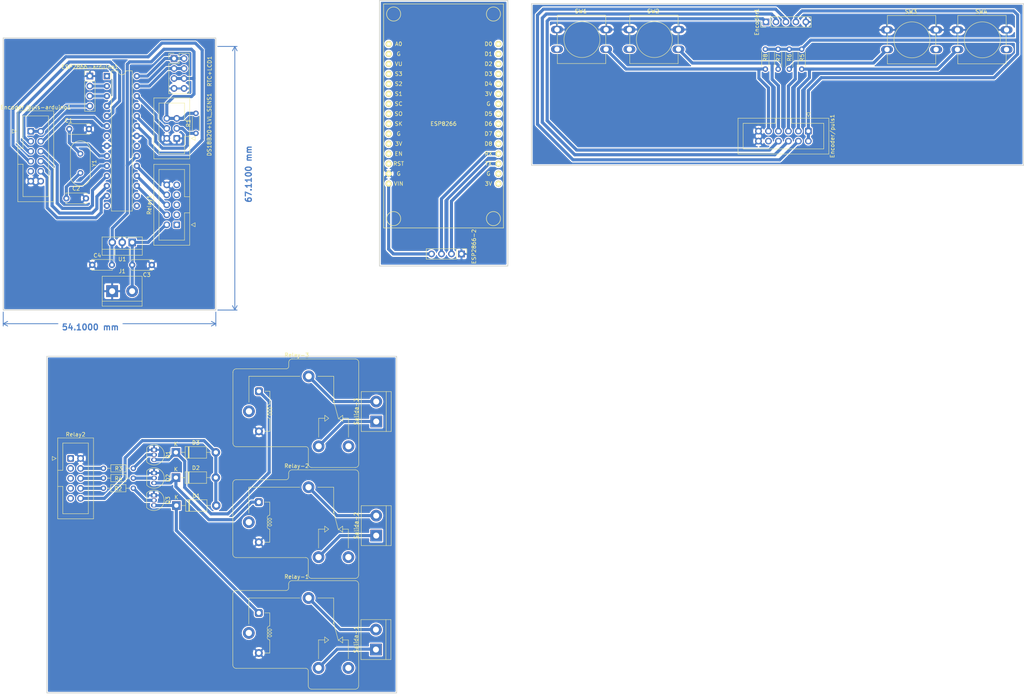
<source format=kicad_pcb>
(kicad_pcb (version 20211014) (generator pcbnew)
  (layers (0 "F.Cu" signal) (31 "B.Cu" signal) (34 "B.Paste" user) (35 "F.Paste" user) (36 "B.SilkS" user "B.Silkscreen") (37 "F.SilkS" user "F.Silkscreen") (38 "B.Mask" user) (39 "F.Mask" user) (44 "Edge.Cuts" user))
  (net 0 "")
  (net 1 "GND")
  (net 2 "Net-(ESP2866-2-Pad2)")
  (net 3 "Net-(ESP2866-2-Pad3)")
  (net 5 "+5V")
  (net 8 "+12V")
  (net 10 "Net-(C1-Pad1)")
  (net 11 "Net-(C2-Pad1)")
  (net 12 "Net-(Encoder/puls1-Pad3)")
  (net 13 "Net-(Encoder/puls1-Pad5)")
  (net 14 "Net-(Q1-Pad2)")
  (net 15 "Net-(Q2-Pad2)")
  (net 16 "Net-(Q3-Pad2)")
  (net 17 "Net-(Encoder/puls1-Pad7)")
  (net 20 "Net-(ESP2866-arduino1-Pad2)")
  (net 21 "Net-(ESP2866-arduino1-Pad3)")
  (net 48 "Net-(Relay-1-Pad11A)")
  (net 50 "Net-(Relay-2-Pad11A)")
  (net 52 "Net-(Relay-3-Pad11A)")
  (net 54 "Net-(Encoder/puls1-Pad9)")
  (net 55 "Net-(Relay-1-Pad14)")
  (net 56 "Net-(Relay-2-Pad14)")
  (net 57 "Net-(Relay-3-Pad14)")
  (net 58 "Net-(Encoder/puls1-Pad4)")
  (net 59 "Net-(Encoder/puls1-Pad6)")
  (net 60 "Net-(Encoder/puls1-Pad8)")
  (net 61 "Net-(D1-Pad1)")
  (net 62 "Net-(D2-Pad1)")
  (net 63 "Net-(D3-Pad1)")
  (net 64 "Net-(DS18B20+LVL_SENS1-Pad3)")
  (net 65 "Net-(U3-Pad19)")
  (net 66 "Net-(U3-Pad18)")
  (net 67 "Net-(U3-Pad17)")
  (net 68 "Net-(RTC+LCD1-Pad3)")
  (net 69 "Net-(RTC+LCD1-Pad1)")
  (net 70 "Net-(DS18B20+LVL_SENS1-Pad4)")
  (net 71 "unconnected-(U3-Pad15)")
  (net 72 "Net-(Relay2-Pad8)")
  (net 73 "Net-(Relay2-Pad4)")
  (net 74 "Net-(Relay2-Pad6)")
  (net 85 "Net-(U3-Pad4)")
  (net 86 "Net-(U3-Pad6)")
  (net 87 "Net-(U3-Pad5)")
  (net 88 "Net-(U3-Pad11)")
  (net 89 "Net-(U3-Pad23)")
  (net 90 "Net-(U3-Pad12)")
  (net 92 "Net-(U3-Pad13)")
  (footprint "Connector_PinHeader_2.54mm:PinHeader_1x05_P2.54mm_Vertical" (layer "F.Cu") (at 212.94 19.805 90)
    (fp_text reference "Encoder1")
    (fp_text value "Conn_01x05")
  )
  (footprint "Button_Switch_THT:SW_PUSH-12mm" (layer "F.Cu") (at 261.67 21.82)
    (fp_text reference "SW4")
    (fp_text value "SW_Push")
  )
  (footprint "Connector_PinHeader_2.54mm:PinHeader_2x04_P2.54mm_Vertical" (layer "F.Cu") (at 62.295 29.11)
    (fp_text reference "RTC+LCD1")
    (fp_text value "Conn_02x04_Odd_Even")
  )
  (footprint "Capacitor_THT:C_Disc_D5.0mm_W2.5mm_P5.00mm" (layer "F.Cu") (at 34.88 64.71)
    (fp_text reference "C2")
    (fp_text value "20pF")
  )
  (footprint "Diode_THT:D_DO-41_SOD81_P10.16mm_Horizontal" (layer "F.Cu") (at 62.87 142.89)
    (fp_text reference "D1")
    (fp_text value "1N4007")
  )
  (footprint "Package_TO_SOT_THT:TO-220-3_Vertical" (layer "F.Cu") (at 51.635 75.91 180)
    (fp_text reference "U1")
    (fp_text value "LM7805")
  )
  (footprint "Resistor_THT:R_Axial_DIN0204_L3.6mm_D1.6mm_P7.62mm_Horizontal" (layer "F.Cu") (at 51.93 133.42 180)
    (fp_text reference "R3")
    (fp_text value "1k")
  )
  (footprint "Relay_THT:Relay_SPDT_RAYEX-L90" (layer "F.Cu") (at 81.35 118.9)
    (fp_text reference "Relay-3")
    (fp_text value "RAYEX-L90")
  )
  (footprint "Connector_IDC:IDC-Header_2x05_P2.54mm_Vertical" (layer "F.Cu") (at 62.9725 71.43 180)
    (fp_text reference "Relay1")
    (fp_text value "Conn_02x05_Odd_Even")
  )
  (footprint "Diode_THT:D_DO-41_SOD81_P10.16mm_Horizontal" (layer "F.Cu") (at 62.76 135.78)
    (fp_text reference "D2")
    (fp_text value "1N4007")
  )
  (footprint "Capacitor_THT:C_Disc_D5.0mm_W2.5mm_P5.00mm" (layer "F.Cu") (at 35.625 47.06)
    (fp_text reference "C1")
    (fp_text value "20pF")
  )
  (footprint "Resistor_THT:R_Axial_DIN0204_L3.6mm_D1.6mm_P5.08mm_Horizontal" (layer "F.Cu") (at 218.87 31.81 90)
    (fp_text reference "R6")
    (fp_text value "10k")
  )
  (footprint "Crystal:Crystal_HC49-4H_Vertical" (layer "F.Cu") (at 38.445 53.35 -90)
    (fp_text reference "Y1")
    (fp_text value "16MHz")
  )
  (footprint "Connector_PinHeader_2.54mm:PinHeader_1x04_P2.54mm_Vertical" (layer "F.Cu") (at 135.44 78.85 -90)
    (fp_text reference "ESP2866-2")
    (fp_text value "Conn_01x04")
  )
  (footprint "Capacitor_THT:C_Disc_D5.0mm_W2.5mm_P5.00mm" (layer "F.Cu") (at 56.635 81.66 180)
    (fp_text reference "C3")
    (fp_text value "330nF")
  )
  (footprint "TerminalBlock:TerminalBlock_bornier-2_P5.08mm" (layer "F.Cu") (at 113.75 121.5 90)
    (fp_text reference "Salida-3")
    (fp_text value "Conn_01x02")
  )
  (footprint "Resistor_THT:R_Axial_DIN0204_L3.6mm_D1.6mm_P5.08mm_Horizontal" (layer "F.Cu") (at 216.04 31.81 90)
    (fp_text reference "R7")
    (fp_text value "10k")
  )
  (footprint "ESP8266 LOLiN v3:ESP8266" (layer "F.Cu") (at 130.88 45.73)
    (fp_text reference "ESP8266")
    (fp_text value "NodeMCU1.0(ESP-12E)")
  )
  (footprint "Button_Switch_THT:SW_PUSH-12mm" (layer "F.Cu") (at 159.76 21.74)
    (fp_text reference "SW1")
    (fp_text value "SW_Push")
  )
  (footprint "Package_TO_SOT_THT:TO-92_Inline" (layer "F.Cu") (at 57.2 128.7 -90)
    (fp_text reference "Q1")
    (fp_text value "PN2222A")
  )
  (footprint "TerminalBlock:TerminalBlock_bornier-2_P5.08mm" (layer "F.Cu") (at 46.535 88.33)
    (fp_text reference "J1")
    (fp_text value "12v")
  )
  (footprint "Package_TO_SOT_THT:TO-92_Inline" (layer "F.Cu") (at 57.2 134.61 -90)
    (fp_text reference "Q2")
    (fp_text value "PN2222A")
  )
  (footprint "Connector_IDC:IDC-Header_2x06_P2.54mm_Vertical" (layer "F.Cu") (at 223.74 47.595 -90)
    (fp_text reference "Encoder/puls1")
    (fp_text value "Conn_02x06_Odd_Even")
  )
  (footprint "Diode_THT:D_DO-41_SOD81_P10.16mm_Horizontal" (layer "F.Cu") (at 62.76 129.36)
    (fp_text reference "D3")
    (fp_text value "1N4007")
  )
  (footprint "Capacitor_THT:C_Disc_D5.0mm_W2.5mm_P5.00mm" (layer "F.Cu") (at 41.475 81.64)
    (fp_text reference "C4")
    (fp_text value "100nF")
  )
  (footprint "TerminalBlock:TerminalBlock_bornier-2_P5.08mm" (layer "F.Cu") (at 113.74 150.54 90)
    (fp_text reference "Salida-2")
    (fp_text value "Conn_01x02")
  )
  (footprint "Package_TO_SOT_THT:TO-92_Inline" (layer "F.Cu") (at 57.16 140.29 -90)
    (fp_text reference "Q3")
    (fp_text value "PN2222A")
  )
  (footprint "Package_DIP:DIP-28_W7.62mm" (layer "F.Cu") (at 45.195 33.58)
    (fp_text reference "U3" hide)
    (fp_text value "ATmega328P-P")
  )
  (footprint "TerminalBlock:TerminalBlock_bornier-2_P5.08mm" (layer "F.Cu") (at 113.67 179.54 90)
    (fp_text reference "Salida-1")
    (fp_text value "Conn_01x02")
  )
  (footprint "Connector_IDC:IDC-Header_2x03_P2.54mm_Vertical" (layer "F.Cu") (at 62.98 49.44 180)
    (fp_text reference "DS18B20+LVL_SENS1")
    (fp_text value "Conn_02x03_Odd_Even")
  )
  (footprint "Resistor_THT:R_Axial_DIN0204_L3.6mm_D1.6mm_P5.08mm_Horizontal" (layer "F.Cu") (at 212.79 31.81 90)
    (fp_text reference "R8")
    (fp_text value "10k")
  )
  (footprint "Relay_THT:Relay_SPDT_RAYEX-L90" (layer "F.Cu") (at 81.32 147.12)
    (fp_text reference "Relay-2")
    (fp_text value "RAYEX-L90")
  )
  (footprint "Connector_PinHeader_2.54mm:PinHeader_1x04_P2.54mm_Vertical" (layer "F.Cu") (at 40.855 33.58)
    (fp_text reference "ESP2866-arduino1")
    (fp_text value "Conn_01x04")
  )
  (footprint "Button_Switch_THT:SW_PUSH-12mm" (layer "F.Cu") (at 178.18 21.74)
    (fp_text reference "SW2")
    (fp_text value "SW_Push")
  )
  (footprint "Resistor_THT:R_Axial_DIN0204_L3.6mm_D1.6mm_P5.08mm_Horizontal" (layer "F.Cu") (at 67.86 48.15 90)
    (fp_text reference "R1")
    (fp_text value "4.7k")
  )
  (footprint "Resistor_THT:R_Axial_DIN0204_L3.6mm_D1.6mm_P7.62mm_Horizontal" (layer "F.Cu") (at 51.93 138.48 180)
    (fp_text reference "R2")
    (fp_text value "1k")
  )
  (footprint "Connector_IDC:IDC-Header_2x06_P2.54mm_Vertical" (layer "F.Cu") (at 25.82 47.64)
    (fp_text reference "Encoder/puls-arduino1")
    (fp_text value "Conn_02x06_Odd_Even")
  )
  (footprint "Relay_THT:Relay_SPDT_RAYEX-L90" (layer "F.Cu") (at 81.32 175.32)
    (fp_text reference "Relay-1")
    (fp_text value "RAYEX-L90")
  )
  (footprint "Button_Switch_THT:SW_PUSH-12mm" (layer "F.Cu") (at 243.76 21.82)
    (fp_text reference "SW3")
    (fp_text value "SW_Push")
  )
  (footprint "Connector_IDC:IDC-Header_2x05_P2.54mm_Vertical" (layer "F.Cu") (at 35.96 130.9)
    (fp_text reference "Relay2")
    (fp_text value "Conn_02x05_Odd_Even")
  )
  (footprint "Resistor_THT:R_Axial_DIN0204_L3.6mm_D1.6mm_P7.62mm_Horizontal" (layer "F.Cu") (at 51.93 135.92 180)
    (fp_text reference "R4")
    (fp_text value "1k")
  )
  (footprint "Resistor_THT:R_Axial_DIN0204_L3.6mm_D1.6mm_P5.08mm_Horizontal" (layer "F.Cu") (at 222.04 31.81 90)
    (fp_text reference "R5")
    (fp_text value "10k")
  )
  (gr_rect (start 153.28 15.152161) (end 278.518479 56.30358) (layer "Edge.Cuts") (width 0.2) (fill none))
  (gr_rect (start 114.58 14.32) (end 147.24 81.93) (layer "Edge.Cuts") (width 0.2) (fill none))
  (gr_rect (start 72.915 23.87) (end 18.815 93.14) (layer "Edge.Cuts") (width 0.2) (fill none))
  (gr_rect (start 29.91 104.91) (end 118.94 190.59) (layer "Edge.Cuts") (width 0.2) (fill none))
  (dimension (type aligned) (layer "B.Cu") (pts (xy 72.915 26.03) (xy 72.915 93.14)) (height -4.835) (gr_text "67.1100 mm" (at 81.26 58.53 90) (layer "B.Cu") (effects (font (size 1.5 1.5) (thickness 0.3)))) (format (units 3) (units_format 1) (precision 4)) (style (thickness 0.2) (arrow_length 1.27) (text_position_mode 2) (extension_height 0.58642) (extension_offset 0.5) keep_text_aligned))
  (dimension (type aligned) (layer "B.Cu") (pts (xy 18.815 93.14) (xy 72.915 93.14)) (height 3.47) (gr_text "54.1000 mm" (at 41.005 97.5) (layer "B.Cu") (effects (font (size 1.5 1.5) (thickness 0.3)))) (format (units 3) (units_format 1) (precision 4)) (style (thickness 0.2) (arrow_length 1.27) (text_position_mode 2) (extension_height 0.58642) (extension_offset 0.5) keep_text_aligned))
  (segment (start 40.625 47.06) (end 40.895 47.06) (width 0.8) (layer "B.Cu") (net 1))
  (segment (start 38.4625 130.89) (end 38.48 130.89) (width 0.8) (layer "B.Cu") (net 1))
  (segment (start 142.42 55.89) (end 144.85 55.89) (width 0.8) (layer "B.Cu") (net 2))
  (segment (start 132.89 65.42) (end 142.42 55.89) (width 0.8) (layer "B.Cu") (net 2))
  (segment (start 132.89 78.84) (end 132.89 65.42) (width 0.8) (layer "B.Cu") (net 2))
  (segment (start 132.9 78.85) (end 132.89 78.84) (width 0.8) (layer "B.Cu") (net 2))
  (segment (start 130.36 78.85) (end 130.34 78.83) (width 0.8) (layer "B.Cu") (net 3))
  (segment (start 141.83 53.35) (end 144.85 53.35) (width 0.8) (layer "B.Cu") (net 3))
  (segment (start 130.34 64.84) (end 141.83 53.35) (width 0.8) (layer "B.Cu") (net 3))
  (segment (start 130.34 78.83) (end 130.34 64.84) (width 0.8) (layer "B.Cu") (net 3))
  (segment (start 224.34 24.43) (end 276.43 24.43) (width 0.8) (layer "B.Cu") (net 5))
  (segment (start 67.36 34.16) (end 67.32 34.2) (width 0.8) (layer "B.Cu") (net 5))
  (segment (start 277 25) (end 277 18) (width 0.8) (layer "B.Cu") (net 5))
  (segment (start 67.36 38.15) (end 67.36 33.97) (width 0.8) (layer "B.Cu") (net 5))
  (segment (start 127.82 78.85) (end 118.13 78.85) (width 0.8) (layer "B.Cu") (net 5))
  (segment (start 220.56 18.58) (end 220.56 19.805) (width 0.8) (layer "B.Cu") (net 5))
  (segment (start 212.79 26.73) (end 212.8 26.74) (width 0.8) (layer "B.Cu") (net 5))
  (segment (start 66.72 38.79) (end 67.36 38.15) (width 0.8) (layer "B.Cu") (net 5))
  (segment (start 271.76 33.24) (end 277 28) (width 0.8) (layer "B.Cu") (net 5))
  (segment (start 62.98 44.36) (end 64.5 44.36) (width 0.8) (layer "B.Cu") (net 5))
  (segment (start 276.43 24.43) (end 277 25) (width 0.8) (layer "B.Cu") (net 5))
  (segment (start 272 33) (end 271 34) (width 0.8) (layer "B.Cu") (net 5))
  (segment (start 50.39 56.325) (end 50.39 30.57) (width 0.8) (layer "B.Cu") (net 5))
  (segment (start 67.36 27.42) (end 67.36 34.16) (width 0.8) (layer "B.Cu") (net 5))
  (segment (start 212.8 26.74) (end 222.03 26.74) (width 0.8) (layer "B.Cu") (net 5))
  (segment (start 60.44 44.36) (end 62.98 44.36) (width 0.8) (layer "B.Cu") (net 5))
  (segment (start 34.87 41.2) (end 40.855 41.2) (width 0.8) (layer "B.Cu") (net 5))
  (segment (start 277 18) (end 276 17) (width 0.8) (layer "B.Cu") (net 5))
  (segment (start 66.7 26.76) (end 67.36 27.42) (width 0.8) (layer "B.Cu") (net 5))
  (segment (start 50.39 68.51) (end 50.39 56.325) (width 0.8) (layer "B.Cu") (net 5))
  (segment (start 222.03 26.74) (end 224.34 24.43) (width 0.8) (layer "B.Cu") (net 5))
  (segment (start 50.39 30.57) (end 50.99 29.97) (width 0.8) (layer "B.Cu") (net 5))
  (segment (start 46.555 75.91) (end 46.555 72.345) (width 0.8) (layer "B.Cu") (net 5))
  (segment (start 222.14 17) (end 220.56 18.58) (width 0.8) (layer "B.Cu") (net 5))
  (segment (start 227 34) (end 223.74 37.26) (width 0.8) (layer "B.Cu") (net 5))
  (segment (start 50.39 56.325) (end 52.815 53.9) (width 0.8) (layer "B.Cu") (net 5))
  (segment (start 46.555 72.345) (end 50.39 68.51) (width 0.8) (layer "B.Cu") (net 5))
  (segment (start 46.475 75.99) (end 46.555 75.91) (width 0.8) (layer "B.Cu") (net 5))
  (segment (start 28.36 47.64) (end 28.43 47.64) (width 0.8) (layer "B.Cu") (net 5))
  (segment (start 65.79 43.07) (end 67.86 43.07) (width 0.8) (layer "B.Cu") (net 5))
  (segment (start 277 28) (end 277 25) (width 0.8) (layer "B.Cu") (net 5))
  (segment (start 28.43 47.64) (end 34.87 41.2) (width 0.8) (layer "B.Cu") (net 5))
  (segment (start 60.44 40.6) (end 62.25 38.79) (width 0.8) (layer "B.Cu") (net 5))
  (segment (start 67.35 34.19) (end 64.835 34.19) (width 0.8) (layer "B.Cu") (net 5))
  (segment (start 46.475 81.64) (end 46.475 75.99) (width 0.8) (layer "B.Cu") (net 5))
  (segment (start 64.835 34.19) (end 62.295 34.19) (width 0.8) (layer "B.Cu") (net 5))
  (segment (start 276 17) (end 222.14 17) (width 0.8) (layer "B.Cu") (net 5))
  (segment (start 25.815 47.64) (end 28.36 47.64) (width 0.8) (layer "B.Cu") (net 5))
  (segment (start 223.74 47.595) (end 223.74 50.135) (width 0.8) (layer "B.Cu") (net 5))
  (segment (start 59.7 26.76) (end 66.7 26.76) (width 0.8) (layer "B.Cu") (net 5))
  (segment (start 118.13 78.85) (end 116.91 77.63) (width 0.8) (layer "B.Cu") (net 5))
  (segment (start 60.44 44.36) (end 60.44 40.6) (width 0.8) (layer "B.Cu") (net 5))
  (segment (start 116.91 77.63) (end 116.91 60.97) (width 0.8) (layer "B.Cu") (net 5))
  (segment (start 271 34) (end 227 34) (width 0.8) (layer "B.Cu") (net 5))
  (segment (start 64.5 44.36) (end 65.79 43.07) (width 0.8) (layer "B.Cu") (net 5))
  (segment (start 50.99 29.97) (end 56.49 29.97) (width 0.8) (layer "B.Cu") (net 5))
  (segment (start 67.36 34.2) (end 67.35 34.19) (width 0.8) (layer "B.Cu") (net 5))
  (segment (start 62.25 38.79) (end 66.72 38.79) (width 0.8) (layer "B.Cu") (net 5))
  (segment (start 223.74 37.26) (end 223.74 47.595) (width 0.8) (layer "B.Cu") (net 5))
  (segment (start 56.49 29.97) (end 59.7 26.76) (width 0.8) (layer "B.Cu") (net 5))
  (segment (start 55.72 75.86) (end 55.72 75.91) (width 0.8) (layer "B.Cu") (net 8))
  (segment (start 49.82 130.77) (end 54.2 126.39) (width 0.8) (layer "B.Cu") (net 8))
  (segment (start 51.635 81.66) (end 51.635 79.25) (width 0.8) (layer "B.Cu") (net 8))
  (segment (start 55.72 75.91) (end 51.635 75.91) (width 0.8) (layer "B.Cu") (net 8))
  (segment (start 54.2 126.39) (end 69.95 126.39) (width 0.8) (layer "B.Cu") (net 8))
  (segment (start 49.82 135.82) (end 49.82 130.77) (width 0.8) (layer "B.Cu") (net 8))
  (segment (start 51.635 81.66) (end 51.635 88.31) (width 0.8) (layer "B.Cu") (net 8))
  (segment (start 51.635 88.31) (end 51.615 88.33) (width 0.8) (layer "B.Cu") (net 8))
  (segment (start 60.4325 71.43) (end 60.15 71.43) (width 0.8) (layer "B.Cu") (net 8))
  (segment (start 44.58 141.06) (end 49.82 135.82) (width 0.8) (layer "B.Cu") (net 8))
  (segment (start 72.92 142.78) (end 73.03 142.89) (width 0.8) (layer "B.Cu") (net 8))
  (segment (start 69.95 126.39) (end 72.92 129.36) (width 0.8) (layer "B.Cu") (net 8))
  (segment (start 51.635 79.25) (end 51.635 75.91) (width 0.8) (layer "B.Cu") (net 8))
  (segment (start 72.92 129.36) (end 72.92 142.78) (width 0.8) (layer "B.Cu") (net 8))
  (segment (start 38.5 141.06) (end 44.58 141.06) (width 0.8) (layer "B.Cu") (net 8))
  (segment (start 60.15 71.43) (end 55.72 75.86) (width 0.8) (layer "B.Cu") (net 8))
  (segment (start 36.18 51.085) (end 40.47 51.085) (width 0.8) (layer "B.Cu") (net 10))
  (segment (start 35.625 47.06) (end 35.625 50.53) (width 0.8) (layer "B.Cu") (net 10))
  (segment (start 35.625 50.53) (end 36.18 51.085) (width 0.8) (layer "B.Cu") (net 10))
  (segment (start 43.385 53.9) (end 45.195 53.9) (width 0.8) (layer "B.Cu") (net 10))
  (segment (start 43.335 53.95) (end 43.385 53.9) (width 0.8) (layer "B.Cu") (net 10))
  (segment (start 36.18 51.085) (end 38.445 53.35) (width 0.8) (layer "B.Cu") (net 10))
  (segment (start 40.47 51.085) (end 43.335 53.95) (width 0.8) (layer "B.Cu") (net 10))
  (segment (start 35.555 61.12) (end 38.825 61.12) (width 0.8) (layer "B.Cu") (net 11))
  (segment (start 38.825 61.12) (end 43.505 56.44) (width 0.8) (layer "B.Cu") (net 11))
  (segment (start 35.555 61.12) (end 38.445 58.23) (width 0.8) (layer "B.Cu") (net 11))
  (segment (start 34.88 61.795) (end 35.555 61.12) (width 0.8) (layer "B.Cu") (net 11))
  (segment (start 34.9 64.65) (end 34.99 64.65) (width 0.8) (layer "B.Cu") (net 11))
  (segment (start 34.88 64.71) (end 34.88 61.795) (width 0.8) (layer "B.Cu") (net 11))
  (segment (start 43.505 56.44) (end 45.195 56.44) (width 0.8) (layer "B.Cu") (net 11))
  (segment (start 256.68 31.81) (end 261.67 26.82) (width 0.8) (layer "B.Cu") (net 12))
  (segment (start 224.95 31.81) (end 256.68 31.81) (width 0.8) (layer "B.Cu") (net 12))
  (segment (start 224 34) (end 221.2 36.8) (width 0.8) (layer "B.Cu") (net 12))
  (segment (start 224.44 31.81) (end 224.95 31.81) (width 0.8) (layer "B.Cu") (net 12))
  (segment (start 221.2 36.8) (end 221.2 47.595) (width 0.8) (layer "B.Cu") (net 12))
  (segment (start 222.04 31.81) (end 224.44 31.81) (width 0.8) (layer "B.Cu") (net 12))
  (segment (start 224 32.05) (end 224 34) (width 0.8) (layer "B.Cu") (net 12))
  (segment (start 220.42 30.26) (end 240.32 30.26) (width 0.8) (layer "B.Cu") (net 13))
  (segment (start 220.4 34.36) (end 220.4 30.28) (width 0.8) (layer "B.Cu") (net 13))
  (segment (start 220.4 30.28) (end 220.42 30.26) (width 0.8) (layer "B.Cu") (net 13))
  (segment (start 218.66 47.595) (end 218.66 36.1) (width 0.8) (layer "B.Cu") (net 13))
  (segment (start 240.32 30.26) (end 243.76 26.82) (width 0.8) (layer "B.Cu") (net 13))
  (segment (start 218.66 36.1) (end 220.4 34.36) (width 0.8) (layer "B.Cu") (net 13))
  (segment (start 220.42 30.26) (end 218.87 31.81) (width 0.8) (layer "B.Cu") (net 13))
  (segment (start 55.38 129.97) (end 57.2 129.97) (width 0.8) (layer "B.Cu") (net 14))
  (segment (start 51.93 133.42) (end 55.38 129.97) (width 0.8) (layer "B.Cu") (net 14))
  (segment (start 51.93 135.92) (end 57.16 135.92) (width 0.8) (layer "B.Cu") (net 15))
  (segment (start 57.16 135.92) (end 57.2 135.88) (width 0.8) (layer "B.Cu") (net 15))
  (segment (start 51.93 138.48) (end 55.01 141.56) (width 0.8) (layer "B.Cu") (net 16))
  (segment (start 55.01 141.56) (end 57.16 141.56) (width 0.8) (layer "B.Cu") (net 16))
  (segment (start 214.51 34.415786) (end 214.51 30.54) (width 0.8) (layer "B.Cu") (net 17))
  (segment (start 216.12 36.025786) (end 214.51 34.415786) (width 0.8) (layer "B.Cu") (net 17))
  (segment (start 216.12 47.595) (end 216.12 36.025786) (width 0.8) (layer "B.Cu") (net 17))
  (segment (start 214.51 30.54) (end 214.79 30.26) (width 0.8) (layer "B.Cu") (net 17))
  (segment (start 215.55 30.26) (end 216.04 30.75) (width 0.8) (layer "B.Cu") (net 17))
  (segment (start 214.79 30.26) (end 215.55 30.26) (width 0.8) (layer "B.Cu") (net 17))
  (segment (start 214.79 30.26) (end 194.2 30.26) (width 0.8) (layer "B.Cu") (net 17))
  (segment (start 216.04 30.75) (end 216.04 31.81) (width 0.8) (layer "B.Cu") (net 17))
  (segment (start 194.2 30.26) (end 190.68 26.74) (width 0.8) (layer "B.Cu") (net 17))
  (segment (start 40.855 36.12) (end 45.195 36.12) (width 0.8) (layer "B.Cu") (net 20))
  (segment (start 40.855 38.66) (end 45.195 38.66) (width 0.8) (layer "B.Cu") (net 21))
  (segment (start 113.67 174.46) (end 104.56 174.46) (width 0.8) (layer "B.Cu") (net 48))
  (segment (start 104.56 174.46) (end 96.52 166.42) (width 0.8) (layer "B.Cu") (net 48))
  (segment (start 103.76 145.46) (end 96.52 138.22) (width 0.8) (layer "B.Cu") (net 50))
  (segment (start 113.74 145.46) (end 103.76 145.46) (width 0.8) (layer "B.Cu") (net 50))
  (segment (start 113.75 116.42) (end 102.97 116.42) (width 0.8) (layer "B.Cu") (net 52))
  (segment (start 102.97 116.42) (end 96.55 110) (width 0.8) (layer "B.Cu") (net 52))
  (segment (start 211.15 31.79) (end 211.15 34.15) (width 0.8) (layer "B.Cu") (net 54))
  (segment (start 177.31 31.79) (end 172.26 26.74) (width 0.8) (layer "B.Cu") (net 54))
  (segment (start 212.77 31.79) (end 211.15 31.79) (width 0.8) (layer "B.Cu") (net 54))
  (segment (start 211.15 31.79) (end 177.31 31.79) (width 0.8) (layer "B.Cu") (net 54))
  (segment (start 211.15 34.15) (end 213.58 36.58) (width 0.8) (layer "B.Cu") (net 54))
  (segment (start 213.58 36.58) (end 213.58 47.595) (width 0.8) (layer "B.Cu") (net 54))
  (segment (start 212.79 31.81) (end 212.77 31.79) (width 0.8) (layer "B.Cu") (net 54))
  (segment (start 113.67 179.54) (end 113.57 179.44) (width 0.8) (layer "B.Cu") (net 55))
  (segment (start 103.84 179.44) (end 99.06 184.22) (width 0.8) (layer "B.Cu") (net 55))
  (segment (start 113.57 179.44) (end 103.84 179.44) (width 0.8) (layer "B.Cu") (net 55))
  (segment (start 113.74 150.54) (end 104.54 150.54) (width 0.8) (layer "B.Cu") (net 56))
  (segment (start 104.54 150.54) (end 99.06 156.02) (width 0.8) (layer "B.Cu") (net 56))
  (segment (start 105.39 121.5) (end 99.09 127.8) (width 0.8) (layer "B.Cu") (net 57))
  (segment (start 113.75 121.5) (end 105.39 121.5) (width 0.8) (layer "B.Cu") (net 57))
  (segment (start 163.83 54.9) (end 154.79 45.86) (width 0.8) (layer "B.Cu") (net 58))
  (segment (start 154.79 18.06) (end 156.31 16.54) (width 0.8) (layer "B.Cu") (net 58))
  (segment (start 218.02 19.17) (end 218.02 19.805) (width 0.8) (layer "B.Cu") (net 58))
  (segment (start 156.31 16.54) (end 215.39 16.54) (width 0.8) (layer "B.Cu") (net 58))
  (segment (start 221.2 50.135) (end 216.435 54.9) (width 0.8) (layer "B.Cu") (net 58))
  (segment (start 215.39 16.54) (end 218.02 19.17) (width 0.8) (layer "B.Cu") (net 58))
  (segment (start 154.79 45.86) (end 154.79 18.06) (width 0.8) (layer "B.Cu") (net 58))
  (segment (start 216.435 54.9) (end 163.83 54.9) (width 0.8) (layer "B.Cu") (net 58))
  (segment (start 215.48 18.93) (end 215.48 19.805) (width 0.8) (layer "B.Cu") (net 59))
  (segment (start 218.66 50.135) (end 215.195 53.6) (width 0.8) (layer "B.Cu") (net 59))
  (segment (start 164.27 53.6) (end 156.02 45.35) (width 0.8) (layer "B.Cu") (net 59))
  (segment (start 157.04 17.78) (end 214.33 17.78) (width 0.8) (layer "B.Cu") (net 59))
  (segment (start 215.195 53.6) (end 164.27 53.6) (width 0.8) (layer "B.Cu") (net 59))
  (segment (start 156.02 45.35) (end 156.02 18.8) (width 0.8) (layer "B.Cu") (net 59))
  (segment (start 156.02 18.8) (end 157.04 17.78) (width 0.8) (layer "B.Cu") (net 59))
  (segment (start 214.33 17.78) (end 215.48 18.93) (width 0.8) (layer "B.Cu") (net 59))
  (segment (start 212.145 19.01) (end 212.94 19.805) (width 0.8) (layer "B.Cu") (net 60))
  (segment (start 164.76 52.41) (end 157.26 44.91) (width 0.8) (layer "B.Cu") (net 60))
  (segment (start 157.26 19.59) (end 157.84 19.01) (width 0.8) (layer "B.Cu") (net 60))
  (segment (start 216.12 50.135) (end 213.845 52.41) (width 0.8) (layer "B.Cu") (net 60))
  (segment (start 213.845 52.41) (end 164.76 52.41) (width 0.8) (layer "B.Cu") (net 60))
  (segment (start 157.26 44.91) (end 157.26 19.59) (width 0.8) (layer "B.Cu") (net 60))
  (segment (start 157.84 19.01) (end 212.145 19.01) (width 0.8) (layer "B.Cu") (net 60))
  (segment (start 62.87 142.89) (end 62.87 149.23) (width 0.8) (layer "B.Cu") (net 61))
  (segment (start 57.16 142.83) (end 57.22 142.89) (width 0.8) (layer "B.Cu") (net 61))
  (segment (start 62.87 149.23) (end 83.86 170.22) (width 0.8) (layer "B.Cu") (net 61))
  (segment (start 57.22 142.89) (end 62.87 142.89) (width 0.8) (layer "B.Cu") (net 61))
  (segment (start 57.2 137.15) (end 61.39 137.15) (width 0.8) (layer "B.Cu") (net 62))
  (segment (start 62.76 138.1) (end 71.16 146.5) (width 0.8) (layer "B.Cu") (net 62))
  (segment (start 71.16 146.5) (end 77.5 146.5) (width 0.8) (layer "B.Cu") (net 62))
  (segment (start 62.76 135.78) (end 62.99 135.78) (width 0.8) (layer "B.Cu") (net 62))
  (segment (start 61.39 137.15) (end 62.76 135.78) (width 0.8) (layer "B.Cu") (net 62))
  (segment (start 81.98 142.02) (end 83.86 142.02) (width 0.8) (layer "B.Cu") (net 62))
  (segment (start 77.5 146.5) (end 81.98 142.02) (width 0.8) (layer "B.Cu") (net 62))
  (segment (start 62.76 135.78) (end 62.76 138.1) (width 0.8) (layer "B.Cu") (net 62))
  (segment (start 76 145) (end 71.7 145) (width 0.8) (layer "B.Cu") (net 63))
  (segment (start 83.89 113.8) (end 86.5 116.41) (width 0.8) (layer "B.Cu") (net 63))
  (segment (start 65 131.6) (end 62.76 129.36) (width 0.8) (layer "B.Cu") (net 63))
  (segment (start 71.7 145) (end 65 138.3) (width 0.8) (layer "B.Cu") (net 63))
  (segment (start 86.5 134.5) (end 76 145) (width 0.8) (layer "B.Cu") (net 63))
  (segment (start 86.5 116.41) (end 86.5 134.5) (width 0.8) (layer "B.Cu") (net 63))
  (segment (start 65 138.3) (end 65 131.6) (width 0.8) (layer "B.Cu") (net 63))
  (segment (start 60.88 131.24) (end 62.76 129.36) (width 0.8) (layer "B.Cu") (net 63))
  (segment (start 57.2 131.24) (end 60.88 131.24) (width 0.8) (layer "B.Cu") (net 63))
  (segment (start 65.66 48.14) (end 65.66 51.27) (width 0.8) (layer "B.Cu") (net 64))
  (segment (start 57.63 48.77) (end 52.815 43.955) (width 0.8) (layer "B.Cu") (net 64))
  (segment (start 62.98 46.9) (end 64.42 46.9) (width 0.8) (layer "B.Cu") (net 64))
  (segment (start 59.32 51.94) (end 57.63 50.25) (width 0.8) (layer "B.Cu") (net 64))
  (segment (start 57.63 50.25) (end 57.63 48.77) (width 0.8) (layer "B.Cu") (net 64))
  (segment (start 67.86 48.15) (end 65.67 48.15) (width 0.8) (layer "B.Cu") (net 64))
  (segment (start 65.67 48.15) (end 65.66 48.14) (width 0.8) (layer "B.Cu") (net 64))
  (segment (start 64.42 46.9) (end 65.66 48.14) (width 0.8) (layer "B.Cu") (net 64))
  (segment (start 52.815 43.955) (end 52.815 43.74) (width 0.8) (layer "B.Cu") (net 64))
  (segment (start 64.99 51.94) (end 59.32 51.94) (width 0.8) (layer "B.Cu") (net 64))
  (segment (start 65.66 51.27) (end 64.99 51.94) (width 0.8) (layer "B.Cu") (net 64))
  (segment (start 52.815 61.52) (end 59.895 68.6) (width 0.8) (layer "B.Cu") (net 65))
  (segment (start 59.895 68.6) (end 60.44 68.6) (width 0.8) (layer "B.Cu") (net 65))
  (segment (start 52.815 58.98) (end 52.815 58.985) (width 0.8) (layer "B.Cu") (net 66))
  (segment (start 60.4325 66.35) (end 60.44 66.3425) (width 0.8) (layer "B.Cu") (net 66))
  (segment (start 60.44 66.3425) (end 60.44 66.06) (width 0.8) (layer "B.Cu") (net 66))
  (segment (start 52.815 58.985) (end 60.18 66.35) (width 0.8) (layer "B.Cu") (net 66))
  (segment (start 60.18 66.35) (end 60.4325 66.35) (width 0.8) (layer "B.Cu") (net 66))
  (segment (start 59.82 63.52) (end 52.815 56.515) (width 0.8) (layer "B.Cu") (net 67))
  (segment (start 52.815 56.515) (end 52.815 56.44) (width 0.8) (layer "B.Cu") (net 67))
  (segment (start 60.44 63.52) (end 59.82 63.52) (width 0.8) (layer "B.Cu") (net 67))
  (segment (start 56.01 36.12) (end 52.815 36.12) (width 0.8) (layer "B.Cu") (net 68))
  (segment (start 60.48 31.65) (end 56.01 36.12) (width 0.8) (layer "B.Cu") (net 68))
  (segment (start 62.295 31.65) (end 64.835 31.65) (width 0.8) (layer "B.Cu") (net 68))
  (segment (start 62.295 31.65) (end 60.48 31.65) (width 0.8) (layer "B.Cu") (net 68))
  (segment (start 59.99 29.11) (end 55.52 33.58) (width 0.8) (layer "B.Cu") (net 69))
  (segment (start 62.295 29.11) (end 64.835 29.11) (width 0.8) (layer "B.Cu") (net 69))
  (segment (start 55.52 33.58) (end 52.815 33.58) (width 0.8) (layer "B.Cu") (net 69))
  (segment (start 62.295 29.11) (end 59.99 29.11) (width 0.8) (layer "B.Cu") (net 69))
  (segment (start 57.71 44.64) (end 57.71 43.48) (width 0.8) (layer "B.Cu") (net 70))
  (segment (start 52.815 38.925) (end 52.815 38.66) (width 0.8) (layer "B.Cu") (net 70))
  (segment (start 57.71 43.48) (end 52.89 38.66) (width 0.8) (layer "B.Cu") (net 70))
  (segment (start 60.44 46.9) (end 59.97 46.9) (width 0.8) (layer "B.Cu") (net 70))
  (segment (start 52.89 38.66) (end 52.815 38.66) (width 0.8) (layer "B.Cu") (net 70))
  (segment (start 59.97 46.9) (end 57.71 44.64) (width 0.8) (layer "B.Cu") (net 70))
  (segment (start 52.915 66.7) (end 52.815 66.6) (width 0.8) (layer "B.Cu") (net 71))
  (segment (start 44.28 138.51) (end 44.31 138.48) (width 0.8) (layer "B.Cu") (net 72))
  (segment (start 38.5 138.52) (end 38.51 138.51) (width 0.8) (layer "B.Cu") (net 72))
  (segment (start 38.51 138.51) (end 44.28 138.51) (width 0.8) (layer "B.Cu") (net 72))
  (segment (start 44.3 133.43) (end 44.31 133.42) (width 0.8) (layer "B.Cu") (net 73))
  (segment (start 38.5 133.44) (end 38.51 133.43) (width 0.8) (layer "B.Cu") (net 73))
  (segment (start 44.3 133.41) (end 44.31 133.42) (width 0.8) (layer "B.Cu") (net 73))
  (segment (start 38.51 133.43) (end 44.3 133.43) (width 0.8) (layer "B.Cu") (net 73))
  (segment (start 44.26 135.97) (end 44.31 135.92) (width 0.8) (layer "B.Cu") (net 74))
  (segment (start 38.5 135.98) (end 38.51 135.97) (width 0.8) (layer "B.Cu") (net 74))
  (segment (start 38.51 135.97) (end 44.26 135.97) (width 0.8) (layer "B.Cu") (net 74))
  (segment (start 25.815 50.18) (end 25.21 50.18) (width 0.8) (layer "B.Cu") (net 85))
  (segment (start 36.57 31.19) (end 45.54 31.19) (width 0.8) (layer "B.Cu") (net 85))
  (segment (start 47.22 39.175) (end 45.195 41.2) (width 0.8) (layer "B.Cu") (net 85))
  (segment (start 25.21 50.18) (end 24.08 49.05) (width 0.8) (layer "B.Cu") (net 85))
  (segment (start 47.22 32.87) (end 47.22 39.175) (width 0.8) (layer "B.Cu") (net 85))
  (segment (start 24.08 49.05) (end 24.08 43.68) (width 0.8) (layer "B.Cu") (net 85))
  (segment (start 45.54 31.19) (end 47.22 32.87) (width 0.8) (layer "B.Cu") (net 85))
  (segment (start 24.08 43.68) (end 36.57 31.19) (width 0.8) (layer "B.Cu") (net 85))
  (segment (start 28.78 50.18) (end 34.88 44.08) (width 0.8) (layer "B.Cu") (net 86))
  (segment (start 34.88 44.08) (end 41.89 44.08) (width 0.8) (layer "B.Cu") (net 86))
  (segment (start 28.36 50.18) (end 28.78 50.18) (width 0.8) (layer "B.Cu") (net 86))
  (segment (start 41.89 44.08) (end 44.09 46.28) (width 0.8) (layer "B.Cu") (net 86))
  (segment (start 44.09 46.28) (end 45.195 46.28) (width 0.8) (layer "B.Cu") (net 86))
  (segment (start 22.64 50.24) (end 22.64 43) (width 0.8) (layer "B.Cu") (net 87))
  (segment (start 45.83 43.74) (end 45.195 43.74) (width 0.8) (layer "B.Cu") (net 87))
  (segment (start 46.74 42.83) (end 45.83 43.74) (width 0.8) (layer "B.Cu") (net 87))
  (segment (start 46.74 41.63) (end 46.74 42.83) (width 0.8) (layer "B.Cu") (net 87))
  (segment (start 25.12 52.72) (end 22.64 50.24) (width 0.8) (layer "B.Cu") (net 87))
  (segment (start 48.43 32.38) (end 48.43 39.94) (width 0.8) (layer "B.Cu") (net 87))
  (segment (start 22.64 43) (end 35.63 30.01) (width 0.8) (layer "B.Cu") (net 87))
  (segment (start 35.63 30.01) (end 46.06 30.01) (width 0.8) (layer "B.Cu") (net 87))
  (segment (start 46.06 30.01) (end 48.43 32.38) (width 0.8) (layer "B.Cu") (net 87))
  (segment (start 25.815 52.72) (end 25.12 52.72) (width 0.8) (layer "B.Cu") (net 87))
  (segment (start 48.43 39.94) (end 46.74 41.63) (width 0.8) (layer "B.Cu") (net 87))
  (segment (start 28.355 52.72) (end 29.08 52.72) (width 0.8) (layer "B.Cu") (net 88))
  (segment (start 41.52 62.655) (end 45.195 58.98) (width 0.8) (layer "B.Cu") (net 88))
  (segment (start 32.56 56.2) (end 32.56 65.94) (width 0.8) (layer "B.Cu") (net 88))
  (segment (start 29.08 52.72) (end 32.56 56.2) (width 0.8) (layer "B.Cu") (net 88))
  (segment (start 32.56 65.94) (end 33.87 67.25) (width 0.8) (layer "B.Cu") (net 88))
  (segment (start 41.52 66.49) (end 41.52 62.655) (width 0.8) (layer "B.Cu") (net 88))
  (segment (start 40.76 67.25) (end 41.52 66.49) (width 0.8) (layer "B.Cu") (net 88))
  (segment (start 33.87 67.25) (end 40.76 67.25) (width 0.8) (layer "B.Cu") (net 88))
  (segment (start 55.71 28.67) (end 34.74 28.67) (width 0.8) (layer "B.Cu") (net 89))
  (segment (start 69.46 26.95) (end 67.7 25.19) (width 0.8) (layer "B.Cu") (net 89))
  (segment (start 69.46 49.81) (end 69.46 26.95) (width 0.8) (layer "B.Cu") (net 89))
  (segment (start 56.17 50.86) (end 58.51 53.2) (width 0.8) (layer "B.Cu") (net 89))
  (segment (start 58.51 53.2) (end 66.07 53.2) (width 0.8) (layer "B.Cu") (net 89))
  (segment (start 21.3 51.24) (end 25.32 55.26) (width 0.8) (layer "B.Cu") (net 89))
  (segment (start 34.74 28.67) (end 21.3 42.11) (width 0.8) (layer "B.Cu") (net 89))
  (segment (start 21.3 42.11) (end 21.3 51.24) (width 0.8) (layer "B.Cu") (net 89))
  (segment (start 66.07 53.2) (end 69.46 49.81) (width 0.8) (layer "B.Cu") (net 89))
  (segment (start 52.9 46.28) (end 56.17 49.55) (width 0.8) (layer "B.Cu") (net 89))
  (segment (start 56.17 49.55) (end 56.17 50.86) (width 0.8) (layer "B.Cu") (net 89))
  (segment (start 67.7 25.19) (end 59.19 25.19) (width 0.8) (layer "B.Cu") (net 89))
  (segment (start 59.19 25.19) (end 55.71 28.67) (width 0.8) (layer "B.Cu") (net 89))
  (segment (start 52.815 46.28) (end 52.9 46.28) (width 0.8) (layer "B.Cu") (net 89))
  (segment (start 25.32 55.26) (end 25.815 55.26) (width 0.8) (layer "B.Cu") (net 89))
  (segment (start 42.65 64.24) (end 45.195 61.695) (width 0.8) (layer "B.Cu") (net 90))
  (segment (start 28.355 55.26) (end 29.08 55.26) (width 0.8) (layer "B.Cu") (net 90))
  (segment (start 31.25 57.43) (end 31.25 66.57) (width 0.8) (layer "B.Cu") (net 90))
  (segment (start 29.08 55.26) (end 31.25 57.43) (width 0.8) (layer "B.Cu") (net 90))
  (segment (start 41.47 68.46) (end 42.65 67.28) (width 0.8) (layer "B.Cu") (net 90))
  (segment (start 45.195 61.695) (end 45.195 61.52) (width 0.8) (layer "B.Cu") (net 90))
  (segment (start 42.65 67.28) (end 42.65 64.24) (width 0.8) (layer "B.Cu") (net 90))
  (segment (start 33.14 68.46) (end 41.47 68.46) (width 0.8) (layer "B.Cu") (net 90))
  (segment (start 31.25 66.57) (end 33.14 68.46) (width 0.8) (layer "B.Cu") (net 90))
  (segment (start 29.98 59.42) (end 29.98 67.09) (width 0.8) (layer "B.Cu") (net 92))
  (segment (start 32.54 69.65) (end 42.42 69.65) (width 0.8) (layer "B.Cu") (net 92))
  (segment (start 42.42 69.65) (end 43.75 68.32) (width 0.8) (layer "B.Cu") (net 92))
  (segment (start 44.67 64.06) (end 45.195 64.06) (width 0.8) (layer "B.Cu") (net 92))
  (segment (start 43.75 68.32) (end 43.75 64.98) (width 0.8) (layer "B.Cu") (net 92))
  (segment (start 29.98 67.09) (end 32.54 69.65) (width 0.8) (layer "B.Cu") (net 92))
  (segment (start 43.75 64.98) (end 44.67 64.06) (width 0.8) (layer "B.Cu") (net 92))
  (segment (start 28.36 57.8) (end 29.98 59.42) (width 0.8) (layer "B.Cu") (net 92))
  (zone (net 1) (net_name "GND") (layer "B.Cu") (connect_pads (clearance 0.358)) (min_thickness 0.254) (fill yes (thermal_gap 0.508) (thermal_bridge_width 0.508))
    (polygon (pts (xy 147.09 81.75) (xy 114.72 81.75) (xy 114.72 14.51) (xy 147.09 14.51)))
  )
  (zone (net 1) (net_name "GND") (layer "B.Cu") (connect_pads (clearance 0.24)) (min_thickness 0.354) (fill yes (thermal_gap 0.508) (thermal_bridge_width 0.508))
    (polygon (pts (xy 72.73 93.03) (xy 18.98 93.03) (xy 18.98 24.07) (xy 72.73 24.07)))
  )
  (zone (net 1) (net_name "GND") (layer "B.Cu") (connect_pads (clearance 0.29)) (min_thickness 0.254) (fill yes (thermal_gap 0.508) (thermal_bridge_width 0.508))
    (polygon (pts (xy 278.32 56.11) (xy 153.5 56.11) (xy 153.5 15.27) (xy 278.32 15.27)))
  )
  (zone (net 1) (net_name "GND") (layer "B.Cu") (connect_pads (clearance 0.29)) (min_thickness 0.254) (fill yes (thermal_gap 0.508) (thermal_bridge_width 0.508))
    (polygon (pts (xy 118.68 190.32) (xy 30.1 190.32) (xy 30.1 105.11) (xy 118.68 105.11)))
  )
)
</source>
